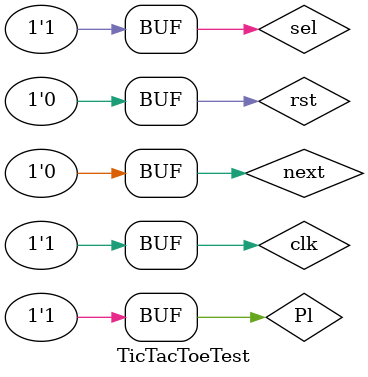
<source format=sv>
module TicTacToeTest();
	logic [1:0] a,b,c,d,e,f,g,h,i;
	logic Pl,sel,next,rst,clk;
	TicTacToe myToe(.Pl(Pl),.sel(sel),.next(next),.rst(rst),.clk(clk),.a(a),.b(b),.c(c),.d(d),.e(e),.f(f),.g(g),.h(h),.i(i));
	
	initial begin
		rst=1'b1;
		clk=1'b0;
		sel=1'b0;
		next=1'b0;
		Pl=1'b0;
		#10;
		rst=1'b0;
		sel=1'b1;
		#10;
		clk=1'b1;
		#10;
		sel=1'b0;
		clk=1'b0;
		next=1'b1;
		#10;
		clk=1'b1;
		#10;
		clk=1'b0;
		#10;
		clk=1'b1;
		#10;
		clk=1'b0;
		next=1'b0;
		Pl=1'b1;
		sel=1'b1;
		#10;
		clk=1'b1;
		#10;
		
		
		
		
	
	end

endmodule 
</source>
